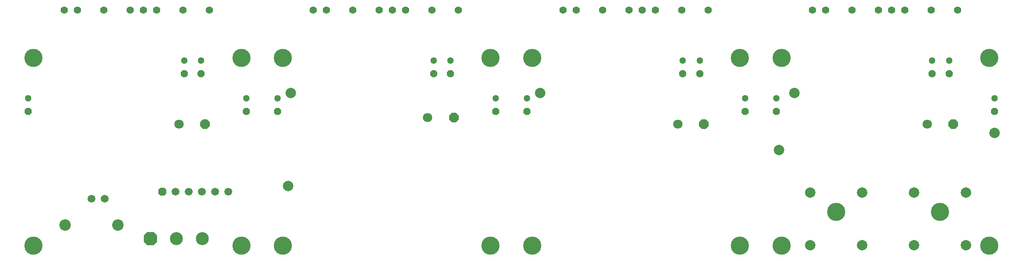
<source format=gbr>
%TF.GenerationSoftware,Altium Limited,Altium Designer,21.6.4 (81)*%
G04 Layer_Color=255*
%FSLAX45Y45*%
%MOMM*%
%TF.SameCoordinates,F44DA2A8-8B11-4439-BB6E-0C3A021B2751*%
%TF.FilePolarity,Positive*%
%TF.FileFunction,Pads,Bot*%
%TF.Part,Single*%
G01*
G75*
%TA.AperFunction,ComponentPad*%
%ADD18C,1.42240*%
%ADD19C,2.00000*%
G04:AMPARAMS|DCode=20|XSize=1.8mm|YSize=1.8mm|CornerRadius=0mm|HoleSize=0mm|Usage=FLASHONLY|Rotation=180.000|XOffset=0mm|YOffset=0mm|HoleType=Round|Shape=Octagon|*
%AMOCTAGOND20*
4,1,8,-0.90000,0.45000,-0.90000,-0.45000,-0.45000,-0.90000,0.45000,-0.90000,0.90000,-0.45000,0.90000,0.45000,0.45000,0.90000,-0.45000,0.90000,-0.90000,0.45000,0.0*
%
%ADD20OCTAGOND20*%

%ADD21C,1.80000*%
%ADD22C,1.50000*%
G04:AMPARAMS|DCode=23|XSize=1.5mm|YSize=1.5mm|CornerRadius=0mm|HoleSize=0mm|Usage=FLASHONLY|Rotation=180.000|XOffset=0mm|YOffset=0mm|HoleType=Round|Shape=Octagon|*
%AMOCTAGOND23*
4,1,8,-0.75000,0.37500,-0.75000,-0.37500,-0.37500,-0.75000,0.37500,-0.75000,0.75000,-0.37500,0.75000,0.37500,0.37500,0.75000,-0.37500,0.75000,-0.75000,0.37500,0.0*
%
%ADD23OCTAGOND23*%

%ADD24C,2.20000*%
G04:AMPARAMS|DCode=25|XSize=1.3mm|YSize=1.3mm|CornerRadius=0mm|HoleSize=0mm|Usage=FLASHONLY|Rotation=270.000|XOffset=0mm|YOffset=0mm|HoleType=Round|Shape=Octagon|*
%AMOCTAGOND25*
4,1,8,-0.32500,-0.65000,0.32500,-0.65000,0.65000,-0.32500,0.65000,0.32500,0.32500,0.65000,-0.32500,0.65000,-0.65000,0.32500,-0.65000,-0.32500,-0.32500,-0.65000,0.0*
%
%ADD25OCTAGOND25*%

%ADD26C,1.30000*%
%ADD27C,3.50000*%
%TA.AperFunction,ViaPad*%
%ADD28C,3.50000*%
%TA.AperFunction,ComponentPad*%
G04:AMPARAMS|DCode=29|XSize=2.5mm|YSize=2.5mm|CornerRadius=0mm|HoleSize=0mm|Usage=FLASHONLY|Rotation=0.000|XOffset=0mm|YOffset=0mm|HoleType=Round|Shape=Octagon|*
%AMOCTAGOND29*
4,1,8,1.25000,-0.62500,1.25000,0.62500,0.62500,1.25000,-0.62500,1.25000,-1.25000,0.62500,-1.25000,-0.62500,-0.62500,-1.25000,0.62500,-1.25000,1.25000,-0.62500,0.0*
%
%ADD29OCTAGOND29*%

%ADD30C,2.50000*%
D18*
X18140680Y-398780D02*
D03*
X17632680D02*
D03*
X17124680D02*
D03*
X16870680D02*
D03*
X16616679D02*
D03*
X16108681D02*
D03*
X15600681D02*
D03*
X15346680D02*
D03*
X13335001D02*
D03*
X12827000D02*
D03*
X12319000D02*
D03*
X12065000D02*
D03*
X11811000D02*
D03*
X11303000D02*
D03*
X10795000D02*
D03*
X10541000D02*
D03*
X3738880D02*
D03*
X3230880D02*
D03*
X2722880D02*
D03*
X2468880D02*
D03*
X2214880D02*
D03*
X1706880D02*
D03*
X1198880D02*
D03*
X944880D02*
D03*
X5737860D02*
D03*
X5991860D02*
D03*
X6499860D02*
D03*
X7007860D02*
D03*
X7261860D02*
D03*
X7515860D02*
D03*
X8023860D02*
D03*
X8531860D02*
D03*
D19*
X14700000Y-3100000D02*
D03*
X15000000Y-2000000D02*
D03*
X18850000Y-2775000D02*
D03*
X10100000Y-2000000D02*
D03*
X5300000D02*
D03*
X18300000Y-3920000D02*
D03*
X17300000D02*
D03*
X18300000Y-4940000D02*
D03*
X17300000D02*
D03*
X16300000Y-3920000D02*
D03*
X15300000D02*
D03*
X16300000Y-4940000D02*
D03*
X15300000D02*
D03*
X5250000Y-3800000D02*
D03*
D20*
X13250000Y-2600000D02*
D03*
X18050000D02*
D03*
X8438960Y-2476500D02*
D03*
X3650000Y-2600000D02*
D03*
D21*
X12750000D02*
D03*
X17550000D02*
D03*
X7938960Y-2476500D02*
D03*
X3150000Y-2600000D02*
D03*
D22*
X4102100Y-3903980D02*
D03*
X3848100D02*
D03*
X3594100D02*
D03*
X3340100D02*
D03*
X3086100D02*
D03*
X1467000Y-4042000D02*
D03*
X1721000D02*
D03*
D23*
X2832100Y-3903980D02*
D03*
D24*
X959000Y-4550000D02*
D03*
X1975000D02*
D03*
D25*
X14650000Y-2354000D02*
D03*
X17650000Y-1629000D02*
D03*
X17975000D02*
D03*
X18850000Y-2354000D02*
D03*
X9850000Y-2354000D02*
D03*
X12850000Y-1629000D02*
D03*
X13175000D02*
D03*
X14050000Y-2354000D02*
D03*
X5050000D02*
D03*
X8050000Y-1629000D02*
D03*
X8375000D02*
D03*
X9250000Y-2354000D02*
D03*
X3250000Y-1629000D02*
D03*
X3575000Y-1629000D02*
D03*
X4450000Y-2354000D02*
D03*
X250000D02*
D03*
D26*
X14650000Y-2100000D02*
D03*
X17650000Y-1375000D02*
D03*
X17975000D02*
D03*
X18850000Y-2100000D02*
D03*
X9850000Y-2100000D02*
D03*
X12850000Y-1375000D02*
D03*
X13175000D02*
D03*
X14050000Y-2100000D02*
D03*
X5050000D02*
D03*
X8050000Y-1375000D02*
D03*
X8375000D02*
D03*
X9250000Y-2100000D02*
D03*
X3250000Y-1375000D02*
D03*
X3575000Y-1375000D02*
D03*
X4450000Y-2100000D02*
D03*
X250000D02*
D03*
D27*
X17800000Y-4300000D02*
D03*
X15800000D02*
D03*
D28*
X18750000Y-1325000D02*
D03*
X14750000D02*
D03*
X13950000Y-1325000D02*
D03*
X9950000D02*
D03*
X9150000D02*
D03*
X5150000D02*
D03*
X4350000Y-1325000D02*
D03*
X18750000Y-4950000D02*
D03*
X4350000D02*
D03*
X14750000Y-4950000D02*
D03*
X5150000Y-4950000D02*
D03*
X9150000D02*
D03*
X350000D02*
D03*
X13950000D02*
D03*
X9950000D02*
D03*
X350000Y-1325000D02*
D03*
D29*
X2597530Y-4814570D02*
D03*
D30*
X3097530D02*
D03*
X3597530D02*
D03*
%TF.MD5,52e36866f0f51c24e618f6ccf48a73bf*%
M02*

</source>
